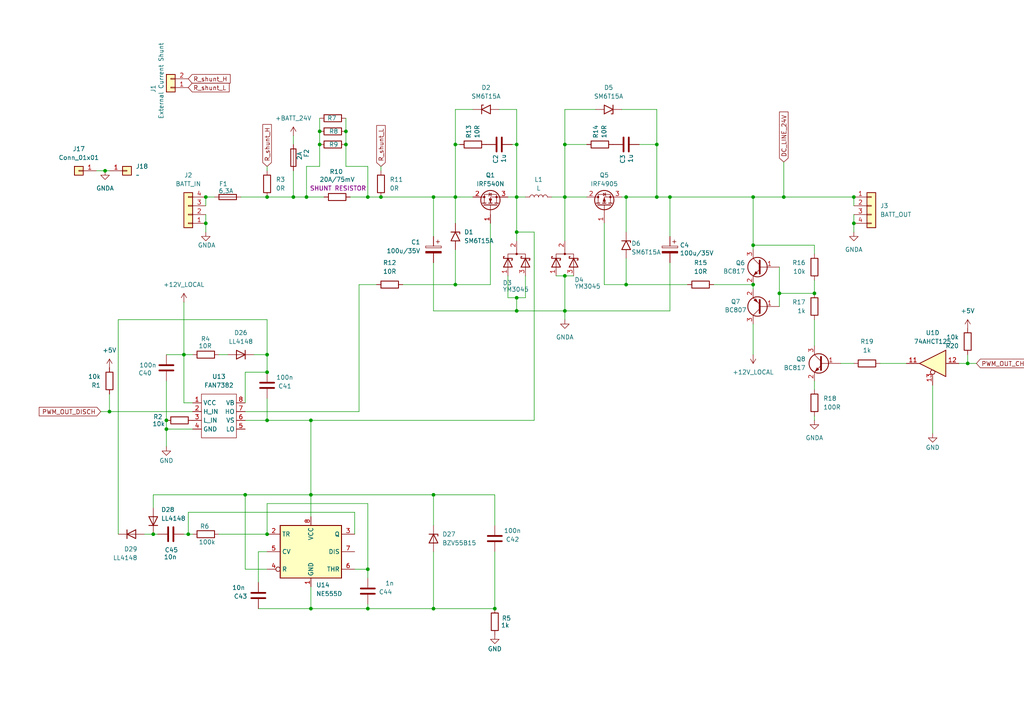
<source format=kicad_sch>
(kicad_sch (version 20231120) (generator "eeschema") (generator_version "8.0")
  (paper "A4")
  (lib_symbols
    (symbol "74xx:74AHCT125" (pin_names (offset 1.016))
      (property "Reference" "U" (at 0 1.27 0))
      (property "Value" "74AHCT125" (at 0 -1.27 0))
      (symbol "74AHCT125_1_0"
        (polyline (pts (xy -3.81 3.81) (xy -3.81 -3.81) (xy 3.81 0) (xy -3.81 3.81)) (stroke (width 0.254)) (fill (type background)))
        (pin input inverted (at 0 -6.35 90) (length 4.445) (name "~") (number "1"))
        (pin input line (at -7.62 0 0) (length 3.81) (name "~") (number "2"))
        (pin tri_state line (at 7.62 0 180) (length 3.81) (name "~") (number "3"))
      )
      (symbol "74AHCT125_2_0"
        (polyline (pts (xy -3.81 3.81) (xy -3.81 -3.81) (xy 3.81 0) (xy -3.81 3.81)) (stroke (width 0.254)) (fill (type background)))
        (pin input inverted (at 0 -6.35 90) (length 4.445) (name "~") (number "4"))
        (pin input line (at -7.62 0 0) (length 3.81) (name "~") (number "5"))
        (pin tri_state line (at 7.62 0 180) (length 3.81) (name "~") (number "6"))
      )
      (symbol "74AHCT125_3_0"
        (polyline (pts (xy -3.81 3.81) (xy -3.81 -3.81) (xy 3.81 0) (xy -3.81 3.81)) (stroke (width 0.254)) (fill (type background)))
        (pin input inverted (at 0 -6.35 90) (length 4.445) (name "~") (number "10"))
        (pin tri_state line (at 7.62 0 180) (length 3.81) (name "~") (number "8"))
        (pin input line (at -7.62 0 0) (length 3.81) (name "~") (number "9"))
      )
      (symbol "74AHCT125_4_0"
        (polyline (pts (xy -3.81 3.81) (xy -3.81 -3.81) (xy 3.81 0) (xy -3.81 3.81)) (stroke (width 0.254)) (fill (type background)))
        (pin tri_state line (at 7.62 0 180) (length 3.81) (name "~") (number "11"))
        (pin input line (at -7.62 0 0) (length 3.81) (name "~") (number "12"))
        (pin input inverted (at 0 -6.35 90) (length 4.445) (name "~") (number "13"))
      )
      (symbol "74AHCT125_5_0"
        (pin power_in line (at 0 12.7 270) (length 5.08) (name "VCC") (number "14"))
        (pin power_in line (at 0 -12.7 90) (length 5.08) (name "GND") (number "7"))
      )
      (symbol "74AHCT125_5_1"
        (rectangle (start -5.08 7.62) (end 5.08 -7.62) (stroke (width 0.254)) (fill (type background)))
      )
    )
    (symbol "Connector_Generic:Conn_01x01" (pin_names (offset 1.016) hide)
      (property "Reference" "J" (at 0 2.54 0))
      (property "Value" "Conn_01x01" (at 0 -2.54 0))
      (symbol "Conn_01x01_1_1"
        (rectangle (start -1.27 0.127) (end 0 -0.127) (stroke (width 0.1524)))
        (rectangle (start -1.27 1.27) (end 1.27 -1.27) (stroke (width 0.254)) (fill (type background)))
        (pin passive line (at -5.08 0 0) (length 3.81) (name "Pin_1") (number "1"))
      )
    )
    (symbol "Connector_Generic:Conn_01x02" (pin_names (offset 1.016) hide)
      (property "Reference" "J" (at 0 2.54 0))
      (property "Value" "Conn_01x02" (at 0 -5.08 0))
      (symbol "Conn_01x02_1_1"
        (rectangle (start -1.27 -2.413) (end 0 -2.667) (stroke (width 0.1524)))
        (rectangle (start -1.27 0.127) (end 0 -0.127) (stroke (width 0.1524)))
        (rectangle (start -1.27 1.27) (end 1.27 -3.81) (stroke (width 0.254)) (fill (type background)))
        (pin passive line (at -5.08 0 0) (length 3.81) (name "Pin_1") (number "1"))
        (pin passive line (at -5.08 -2.54 0) (length 3.81) (name "Pin_2") (number "2"))
      )
    )
    (symbol "Connector_Generic:Conn_01x04" (pin_names (offset 1.016) hide)
      (property "Reference" "J" (at 0 5.08 0))
      (property "Value" "Conn_01x04" (at 0 -7.62 0))
      (symbol "Conn_01x04_1_1"
        (rectangle (start -1.27 -4.953) (end 0 -5.207) (stroke (width 0.1524)))
        (rectangle (start -1.27 -2.413) (end 0 -2.667) (stroke (width 0.1524)))
        (rectangle (start -1.27 0.127) (end 0 -0.127) (stroke (width 0.1524)))
        (rectangle (start -1.27 2.667) (end 0 2.413) (stroke (width 0.1524)))
        (rectangle (start -1.27 3.81) (end 1.27 -6.35) (stroke (width 0.254)) (fill (type background)))
        (pin passive line (at -5.08 2.54 0) (length 3.81) (name "Pin_1") (number "1"))
        (pin passive line (at -5.08 0 0) (length 3.81) (name "Pin_2") (number "2"))
        (pin passive line (at -5.08 -2.54 0) (length 3.81) (name "Pin_3") (number "3"))
        (pin passive line (at -5.08 -5.08 0) (length 3.81) (name "Pin_4") (number "4"))
      )
    )
    (symbol "Device:C" (pin_numbers hide) (pin_names (offset 0.254))
      (property "Reference" "C" (at 0.635 2.54 0))
      (property "Value" "C" (at 0.635 -2.54 0))
      (symbol "C_0_1"
        (polyline (pts (xy -2.032 -0.762) (xy 2.032 -0.762)) (stroke (width 0.508)))
        (polyline (pts (xy -2.032 0.762) (xy 2.032 0.762)) (stroke (width 0.508)))
      )
      (symbol "C_1_1"
        (pin passive line (at 0 3.81 270) (length 2.794) (name "~") (number "1"))
        (pin passive line (at 0 -3.81 90) (length 2.794) (name "~") (number "2"))
      )
    )
    (symbol "Device:C_Polarized" (pin_numbers hide) (pin_names (offset 0.254))
      (property "Reference" "C" (at 0.635 2.54 0))
      (property "Value" "C_Polarized" (at 0.635 -2.54 0))
      (symbol "C_Polarized_0_1"
        (rectangle (start -2.286 0.508) (end 2.286 1.016))
        (polyline (pts (xy -1.778 2.286) (xy -0.762 2.286)))
        (polyline (pts (xy -1.27 2.794) (xy -1.27 1.778)))
        (rectangle (start 2.286 -0.508) (end -2.286 -1.016) (fill (type outline)))
      )
      (symbol "C_Polarized_1_1"
        (pin passive line (at 0 3.81 270) (length 2.794) (name "~") (number "1"))
        (pin passive line (at 0 -3.81 90) (length 2.794) (name "~") (number "2"))
      )
    )
    (symbol "Device:D_Schottky_Dual_CommonCathode_AKA_Parallel" (pin_names (offset 0.762) hide)
      (property "Reference" "D" (at 0 5.08 0))
      (property "Value" "D_Schottky_Dual_CommonCathode_AKA_Parallel" (at 0 -5.08 0))
      (symbol "D_Schottky_Dual_CommonCathode_AKA_Parallel_0_1"
        (polyline (pts (xy 1.27 0) (xy 2.54 0)))
        (polyline (pts (xy -2.54 -2.54) (xy 1.27 -2.54) (xy 1.27 2.54) (xy -2.54 2.54)))
        (polyline (pts (xy -2.54 -1.27) (xy 0 -2.54) (xy -2.54 -3.81) (xy -2.54 -1.27) (xy -2.54 -1.27) (xy -2.54 -1.27)) (stroke (width 0.254)))
        (polyline (pts (xy -2.54 3.81) (xy 0 2.54) (xy -2.54 1.27) (xy -2.54 3.81) (xy -2.54 3.81) (xy -2.54 3.81)) (stroke (width 0.254)))
        (polyline (pts (xy 0.508 -1.524) (xy 0.508 -1.27) (xy 0 -1.27) (xy 0 -3.81) (xy -0.508 -3.81) (xy -0.508 -3.556)) (stroke (width 0.254)))
        (polyline (pts (xy 0.508 3.556) (xy 0.508 3.81) (xy 0 3.81) (xy 0 1.27) (xy -0.508 1.27) (xy -0.508 1.524)) (stroke (width 0.254)))
        (circle (center 1.27 0) (radius 0.254) (fill (type outline)))
        (pin passive line (at -5.08 2.54 0) (length 2.54) (name "K") (number "1"))
        (pin passive line (at 5.08 0 180) (length 2.54) (name "A") (number "2"))
        (pin passive line (at -5.08 -2.54 0) (length 2.54) (name "K") (number "3"))
      )
    )
    (symbol "Device:Fuse" (pin_numbers hide) (pin_names (offset 0))
      (property "Reference" "F" (at 2.032 0 90))
      (property "Value" "Fuse" (at -1.905 0 90))
      (symbol "Fuse_0_1"
        (rectangle (start -0.762 -2.54) (end 0.762 2.54) (stroke (width 0.254)))
        (polyline (pts (xy 0 2.54) (xy 0 -2.54)))
      )
      (symbol "Fuse_1_1"
        (pin passive line (at 0 3.81 270) (length 1.27) (name "~") (number "1"))
        (pin passive line (at 0 -3.81 90) (length 1.27) (name "~") (number "2"))
      )
    )
    (symbol "Device:L" (pin_numbers hide) (pin_names (offset 1.016) hide)
      (property "Reference" "L" (at -1.27 0 90))
      (property "Value" "L" (at 1.905 0 90))
      (symbol "L_0_1"
        (arc (start 0 -2.54) (mid 0.6323 -1.905) (end 0 -1.27))
        (arc (start 0 -1.27) (mid 0.6323 -0.635) (end 0 0))
        (arc (start 0 0) (mid 0.6323 0.635) (end 0 1.27))
        (arc (start 0 1.27) (mid 0.6323 1.905) (end 0 2.54))
      )
      (symbol "L_1_1"
        (pin passive line (at 0 3.81 270) (length 1.27) (name "1") (number "1"))
        (pin passive line (at 0 -3.81 90) (length 1.27) (name "2") (number "2"))
      )
    )
    (symbol "Device:R" (pin_numbers hide) (pin_names (offset 0))
      (property "Reference" "R" (at 2.032 0 90))
      (property "Value" "R" (at 0 0 90))
      (symbol "R_0_1"
        (rectangle (start -1.016 -2.54) (end 1.016 2.54) (stroke (width 0.254)))
      )
      (symbol "R_1_1"
        (pin passive line (at 0 3.81 270) (length 1.27) (name "~") (number "1"))
        (pin passive line (at 0 -3.81 90) (length 1.27) (name "~") (number "2"))
      )
    )
    (symbol "Diode:BZV55B15" (pin_numbers hide) (pin_names hide)
      (property "Reference" "D" (at 0 2.54 0))
      (property "Value" "BZV55B15" (at 0 -2.54 0))
      (symbol "BZV55B15_0_1"
        (polyline (pts (xy 1.27 0) (xy -1.27 0)))
        (polyline (pts (xy -1.27 -1.27) (xy -1.27 1.27) (xy -0.762 1.27)) (stroke (width 0.254)))
        (polyline (pts (xy 1.27 -1.27) (xy 1.27 1.27) (xy -1.27 0) (xy 1.27 -1.27)) (stroke (width 0.254)))
      )
      (symbol "BZV55B15_1_1"
        (pin passive line (at -3.81 0 0) (length 2.54) (name "K") (number "1"))
        (pin passive line (at 3.81 0 180) (length 2.54) (name "A") (number "2"))
      )
    )
    (symbol "Diode:LL4148" (pin_numbers hide) (pin_names hide)
      (property "Reference" "D" (at 0 2.54 0))
      (property "Value" "LL4148" (at 0 -2.54 0))
      (symbol "LL4148_0_1"
        (polyline (pts (xy -1.27 1.27) (xy -1.27 -1.27)) (stroke (width 0.254)))
        (polyline (pts (xy 1.27 0) (xy -1.27 0)))
        (polyline (pts (xy 1.27 1.27) (xy 1.27 -1.27) (xy -1.27 0) (xy 1.27 1.27)) (stroke (width 0.254)))
      )
      (symbol "LL4148_1_1"
        (pin passive line (at -3.81 0 0) (length 2.54) (name "K") (number "1"))
        (pin passive line (at 3.81 0 180) (length 2.54) (name "A") (number "2"))
      )
    )
    (symbol "Diode:SM6T15A" (pin_numbers hide) (pin_names (offset 1.016) hide)
      (property "Reference" "D" (at 0 2.54 0))
      (property "Value" "SM6T15A" (at 0 -2.54 0))
      (symbol "SM6T15A_0_1"
        (polyline (pts (xy -0.762 1.27) (xy -1.27 1.27) (xy -1.27 -1.27)) (stroke (width 0.254)))
        (polyline (pts (xy 1.27 1.27) (xy 1.27 -1.27) (xy -1.27 0) (xy 1.27 1.27)) (stroke (width 0.254)))
      )
      (symbol "SM6T15A_1_1"
        (pin passive line (at -3.81 0 0) (length 2.54) (name "A1") (number "1"))
        (pin passive line (at 3.81 0 180) (length 2.54) (name "A2") (number "2"))
      )
    )
    (symbol "My-Lib:FAN7382"
      (property "Reference" "U" (at -4.826 9.652 0))
      (property "Value" "FAN7382" (at -1.27 7.366 0))
      (symbol "FAN7382_0_1"
        (rectangle (start -5.08 6.35) (end 5.08 -6.35))
      )
      (symbol "FAN7382_1_1"
        (pin input line (at -7.62 3.81 0) (length 2.54) (name "VCC") (number "1"))
        (pin input line (at -7.62 1.27 0) (length 2.54) (name "H_IN") (number "2"))
        (pin input line (at -7.62 -1.27 0) (length 2.54) (name "L_IN") (number "3"))
        (pin input line (at -7.62 -3.81 0) (length 2.54) (name "GND") (number "4"))
        (pin input line (at 7.62 -3.81 180) (length 2.54) (name "LO") (number "5"))
        (pin input line (at 7.62 -1.27 180) (length 2.54) (name "VS") (number "6"))
        (pin input line (at 7.62 1.27 180) (length 2.54) (name "HO") (number "7"))
        (pin input line (at 7.62 3.81 180) (length 2.54) (name "VB") (number "8"))
      )
    )
    (symbol "Timer:NE555D"
      (property "Reference" "U" (at -10.16 8.89 0))
      (property "Value" "NE555D" (at 2.54 8.89 0))
      (symbol "NE555D_0_0"
        (pin power_in line (at 0 -10.16 90) (length 2.54) (name "GND") (number "1"))
        (pin power_in line (at 0 10.16 270) (length 2.54) (name "VCC") (number "8"))
      )
      (symbol "NE555D_0_1"
        (rectangle (start -8.89 -7.62) (end 8.89 7.62) (stroke (width 0.254)) (fill (type background)))
        (rectangle (start -8.89 -7.62) (end 8.89 7.62) (stroke (width 0.254)) (fill (type background)))
      )
      (symbol "NE555D_1_1"
        (pin input line (at -12.7 5.08 0) (length 3.81) (name "TR") (number "2"))
        (pin output line (at 12.7 5.08 180) (length 3.81) (name "Q") (number "3"))
        (pin input inverted (at -12.7 -5.08 0) (length 3.81) (name "R") (number "4"))
        (pin input line (at -12.7 0 0) (length 3.81) (name "CV") (number "5"))
        (pin input line (at 12.7 -5.08 180) (length 3.81) (name "THR") (number "6"))
        (pin input line (at 12.7 0 180) (length 3.81) (name "DIS") (number "7"))
      )
    )
    (symbol "Transistor_BJT:BC807" (pin_names (offset 0) hide)
      (property "Reference" "Q" (at 5.08 1.905 0))
      (property "Value" "BC807" (at 5.08 0 0))
      (symbol "BC807_0_1"
        (polyline (pts (xy 0.635 0.635) (xy 2.54 2.54)))
        (polyline (pts (xy 0.635 -0.635) (xy 2.54 -2.54) (xy 2.54 -2.54)))
        (polyline (pts (xy 0.635 1.905) (xy 0.635 -1.905) (xy 0.635 -1.905)) (stroke (width 0.508)))
        (polyline (pts (xy 2.286 -1.778) (xy 1.778 -2.286) (xy 1.27 -1.27) (xy 2.286 -1.778) (xy 2.286 -1.778)) (fill (type outline)))
        (circle (center 1.27 0) (radius 2.8194) (stroke (width 0.254)))
      )
      (symbol "BC807_1_1"
        (pin input line (at -5.08 0 0) (length 5.715) (name "B") (number "1"))
        (pin passive line (at 2.54 -5.08 90) (length 2.54) (name "E") (number "2"))
        (pin passive line (at 2.54 5.08 270) (length 2.54) (name "C") (number "3"))
      )
    )
    (symbol "Transistor_BJT:BC817" (pin_names (offset 0) hide)
      (property "Reference" "Q" (at 5.08 1.905 0))
      (property "Value" "BC817" (at 5.08 0 0))
      (symbol "BC817_0_1"
        (polyline (pts (xy 0.635 0.635) (xy 2.54 2.54)))
        (polyline (pts (xy 0.635 -0.635) (xy 2.54 -2.54) (xy 2.54 -2.54)))
        (polyline (pts (xy 0.635 1.905) (xy 0.635 -1.905) (xy 0.635 -1.905)) (stroke (width 0.508)))
        (polyline (pts (xy 1.27 -1.778) (xy 1.778 -1.27) (xy 2.286 -2.286) (xy 1.27 -1.778) (xy 1.27 -1.778)) (fill (type outline)))
        (circle (center 1.27 0) (radius 2.8194) (stroke (width 0.254)))
      )
      (symbol "BC817_1_1"
        (pin input line (at -5.08 0 0) (length 5.715) (name "B") (number "1"))
        (pin passive line (at 2.54 -5.08 90) (length 2.54) (name "E") (number "2"))
        (pin passive line (at 2.54 5.08 270) (length 2.54) (name "C") (number "3"))
      )
    )
    (symbol "Transistor_FET:IRF4905" (pin_names hide)
      (property "Reference" "Q" (at 5.08 1.905 0))
      (property "Value" "IRF4905" (at 5.08 0 0))
      (symbol "IRF4905_0_1"
        (polyline (pts (xy 0.254 0) (xy -2.54 0)))
        (polyline (pts (xy 0.254 1.905) (xy 0.254 -1.905)) (stroke (width 0.254)))
        (polyline (pts (xy 0.762 -1.27) (xy 0.762 -2.286)) (stroke (width 0.254)))
        (polyline (pts (xy 0.762 0.508) (xy 0.762 -0.508)) (stroke (width 0.254)))
        (polyline (pts (xy 0.762 2.286) (xy 0.762 1.27)) (stroke (width 0.254)))
        (polyline (pts (xy 2.54 2.54) (xy 2.54 1.778)))
        (polyline (pts (xy 2.54 -2.54) (xy 2.54 0) (xy 0.762 0)))
        (polyline (pts (xy 0.762 1.778) (xy 3.302 1.778) (xy 3.302 -1.778) (xy 0.762 -1.778)))
        (polyline (pts (xy 2.286 0) (xy 1.27 0.381) (xy 1.27 -0.381) (xy 2.286 0)) (fill (type outline)))
        (polyline (pts (xy 2.794 -0.508) (xy 2.921 -0.381) (xy 3.683 -0.381) (xy 3.81 -0.254)))
        (polyline (pts (xy 3.302 -0.381) (xy 2.921 0.254) (xy 3.683 0.254) (xy 3.302 -0.381)))
        (circle (center 1.651 0) (radius 2.794) (stroke (width 0.254)))
        (circle (center 2.54 -1.778) (radius 0.254) (fill (type outline)))
        (circle (center 2.54 1.778) (radius 0.254) (fill (type outline)))
      )
      (symbol "IRF4905_1_1"
        (pin input line (at -5.08 0 0) (length 2.54) (name "G") (number "1"))
        (pin passive line (at 2.54 5.08 270) (length 2.54) (name "D") (number "2"))
        (pin passive line (at 2.54 -5.08 90) (length 2.54) (name "S") (number "3"))
      )
    )
    (symbol "Transistor_FET:IRF540N" (pin_names hide)
      (property "Reference" "Q" (at 5.08 1.905 0))
      (property "Value" "IRF540N" (at 5.08 0 0))
      (symbol "IRF540N_0_1"
        (polyline (pts (xy 0.254 0) (xy -2.54 0)))
        (polyline (pts (xy 0.254 1.905) (xy 0.254 -1.905)) (stroke (width 0.254)))
        (polyline (pts (xy 0.762 -1.27) (xy 0.762 -2.286)) (stroke (width 0.254)))
        (polyline (pts (xy 0.762 0.508) (xy 0.762 -0.508)) (stroke (width 0.254)))
        (polyline (pts (xy 0.762 2.286) (xy 0.762 1.27)) (stroke (width 0.254)))
        (polyline (pts (xy 2.54 2.54) (xy 2.54 1.778)))
        (polyline (pts (xy 2.54 -2.54) (xy 2.54 0) (xy 0.762 0)))
        (polyline (pts (xy 0.762 -1.778) (xy 3.302 -1.778) (xy 3.302 1.778) (xy 0.762 1.778)))
        (polyline (pts (xy 1.016 0) (xy 2.032 0.381) (xy 2.032 -0.381) (xy 1.016 0)) (fill (type outline)))
        (polyline (pts (xy 2.794 0.508) (xy 2.921 0.381) (xy 3.683 0.381) (xy 3.81 0.254)))
        (polyline (pts (xy 3.302 0.381) (xy 2.921 -0.254) (xy 3.683 -0.254) (xy 3.302 0.381)))
        (circle (center 1.651 0) (radius 2.794) (stroke (width 0.254)))
        (circle (center 2.54 -1.778) (radius 0.254) (fill (type outline)))
        (circle (center 2.54 1.778) (radius 0.254) (fill (type outline)))
      )
      (symbol "IRF540N_1_1"
        (pin input line (at -5.08 0 0) (length 2.54) (name "G") (number "1"))
        (pin passive line (at 2.54 5.08 270) (length 2.54) (name "D") (number "2"))
        (pin passive line (at 2.54 -5.08 90) (length 2.54) (name "S") (number "3"))
      )
    )
    (symbol "power:+5V" (power) (pin_numbers hide) (pin_names (offset 0) hide)
      (property "Value" "+5V" (at 0 3.556 0))
      (symbol "+5V_0_1"
        (polyline (pts (xy -0.762 1.27) (xy 0 2.54)))
        (polyline (pts (xy 0 0) (xy 0 2.54)))
        (polyline (pts (xy 0 2.54) (xy 0.762 1.27)))
      )
      (symbol "+5V_1_1"
        (pin power_in line (at 0 0 90) (length 0) (name "~") (number "1"))
      )
    )
    (symbol "power:+BATT" (power) (pin_numbers hide) (pin_names (offset 0) hide)
      (property "Value" "+BATT" (at 0 3.556 0))
      (symbol "+BATT_0_1"
        (polyline (pts (xy -0.762 1.27) (xy 0 2.54)))
        (polyline (pts (xy 0 0) (xy 0 2.54)))
        (polyline (pts (xy 0 2.54) (xy 0.762 1.27)))
      )
      (symbol "+BATT_1_1"
        (pin power_in line (at 0 0 90) (length 0) (name "~") (number "1"))
      )
    )
    (symbol "power:GND" (power) (pin_numbers hide) (pin_names (offset 0) hide)
      (property "Value" "GND" (at 0 -3.81 0))
      (symbol "GND_0_1"
        (polyline (pts (xy 0 0) (xy 0 -1.27) (xy 1.27 -1.27) (xy 0 -2.54) (xy -1.27 -1.27) (xy 0 -1.27)))
      )
      (symbol "GND_1_1"
        (pin power_in line (at 0 0 270) (length 0) (name "~") (number "1"))
      )
    )
    (symbol "power:GNDA" (power) (pin_numbers hide) (pin_names (offset 0) hide)
      (property "Value" "GNDA" (at 0 -3.81 0))
      (symbol "GNDA_0_1"
        (polyline (pts (xy 0 0) (xy 0 -1.27) (xy 1.27 -1.27) (xy 0 -2.54) (xy -1.27 -1.27) (xy 0 -1.27)))
      )
      (symbol "GNDA_1_1"
        (pin power_in line (at 0 0 270) (length 0) (name "~") (number "1"))
      )
    )
  )
  (junction (at 85.09 57.15))
  (junction (at 190.5 57.15))
  (junction (at 149.86 57.15))
  (junction (at 77.47 154.94))
  (junction (at 77.47 57.15))
  (junction (at 31.75 119.38))
  (junction (at 53.34 102.87))
  (junction (at 71.12 143.51))
  (junction (at 54.61 154.94))
  (junction (at 125.73 143.51))
  (junction (at 181.61 82.55))
  (junction (at 77.47 102.87))
  (junction (at 149.86 41.91))
  (junction (at 132.08 82.55))
  (junction (at 77.47 121.92))
  (junction (at 59.69 57.15))
  (junction (at 90.17 143.51))
  (junction (at 181.61 57.15))
  (junction (at 280.67 105.41))
  (junction (at 110.49 57.15))
  (junction (at 226.06 85.09))
  (junction (at 77.47 107.95))
  (junction (at 106.68 57.15))
  (junction (at 132.08 57.15))
  (junction (at 59.69 64.77))
  (junction (at 88.9 57.15))
  (junction (at 163.83 57.15))
  (junction (at 149.86 67.31))
  (junction (at 100.33 38.1))
  (junction (at 247.65 57.15))
  (junction (at 125.73 176.53))
  (junction (at 106.68 176.53))
  (junction (at 236.22 85.09))
  (junction (at 48.26 124.46))
  (junction (at 163.83 90.17))
  (junction (at 218.44 82.55))
  (junction (at 194.31 57.15))
  (junction (at 92.71 38.1))
  (junction (at 218.44 71.12))
  (junction (at 149.86 86.36))
  (junction (at 163.83 80.01))
  (junction (at 163.83 41.91))
  (junction (at 218.44 57.15))
  (junction (at 90.17 176.53))
  (junction (at 125.73 57.15))
  (junction (at 48.26 121.92))
  (junction (at 149.86 90.17))
  (junction (at 143.51 176.53))
  (junction (at 30.48 49.53))
  (junction (at 100.33 41.91))
  (junction (at 247.65 64.77))
  (junction (at 227.33 57.15))
  (junction (at 106.68 165.1))
  (junction (at 44.45 154.94))
  (junction (at 90.17 121.92))
  (junction (at 190.5 41.91))
  (junction (at 132.08 41.91))
  (junction (at 92.71 41.91))
  (wire (pts (xy 106.68 48.26) (xy 100.33 48.26)))
  (wire (pts (xy 106.68 57.15) (xy 106.68 48.26)))
  (wire (pts (xy 34.29 92.71) (xy 77.47 92.71)))
  (wire (pts (xy 106.68 176.53) (xy 125.73 176.53)))
  (wire (pts (xy 71.12 165.1) (xy 77.47 165.1)))
  (wire (pts (xy 227.33 46.99) (xy 227.33 57.15)))
  (wire (pts (xy 163.83 57.15) (xy 163.83 69.85)))
  (wire (pts (xy 102.87 148.59) (xy 54.61 148.59)))
  (wire (pts (xy 106.68 165.1) (xy 106.68 167.64)))
  (wire (pts (xy 53.34 116.84) (xy 53.34 102.87)))
  (wire (pts (xy 144.78 31.75) (xy 149.86 31.75)))
  (wire (pts (xy 278.13 105.41) (xy 280.67 105.41)))
  (wire (pts (xy 100.33 34.29) (xy 100.33 38.1)))
  (wire (pts (xy 190.5 57.15) (xy 194.31 57.15)))
  (wire (pts (xy 125.73 90.17) (xy 149.86 90.17)))
  (wire (pts (xy 85.09 57.15) (xy 88.9 57.15)))
  (wire (pts (xy 163.83 41.91) (xy 170.18 41.91)))
  (wire (pts (xy 280.67 105.41) (xy 283.21 105.41)))
  (wire (pts (xy 152.4 86.36) (xy 152.4 80.01)))
  (wire (pts (xy 247.65 62.23) (xy 247.65 64.77)))
  (wire (pts (xy 90.17 176.53) (xy 106.68 176.53)))
  (wire (pts (xy 149.86 57.15) (xy 152.4 57.15)))
  (wire (pts (xy 185.42 41.91) (xy 190.5 41.91)))
  (wire (pts (xy 44.45 143.51) (xy 71.12 143.51)))
  (wire (pts (xy 92.71 34.29) (xy 92.71 38.1)))
  (wire (pts (xy 143.51 143.51) (xy 143.51 152.4)))
  (wire (pts (xy 154.94 67.31) (xy 154.94 121.92)))
  (wire (pts (xy 44.45 154.94) (xy 45.72 154.94)))
  (wire (pts (xy 59.69 57.15) (xy 62.23 57.15)))
  (wire (pts (xy 100.33 38.1) (xy 100.33 41.91)))
  (wire (pts (xy 90.17 143.51) (xy 90.17 149.86)))
  (wire (pts (xy 194.31 57.15) (xy 218.44 57.15)))
  (wire (pts (xy 71.12 119.38) (xy 104.14 119.38)))
  (wire (pts (xy 143.51 176.53) (xy 143.51 160.02)))
  (wire (pts (xy 270.51 111.76) (xy 270.51 125.73)))
  (wire (pts (xy 147.32 86.36) (xy 147.32 80.01)))
  (wire (pts (xy 149.86 31.75) (xy 149.86 41.91)))
  (wire (pts (xy 132.08 57.15) (xy 132.08 64.77)))
  (wire (pts (xy 48.26 102.87) (xy 53.34 102.87)))
  (wire (pts (xy 125.73 90.17) (xy 125.73 76.2)))
  (wire (pts (xy 125.73 176.53) (xy 125.73 160.02)))
  (wire (pts (xy 132.08 82.55) (xy 142.24 82.55)))
  (wire (pts (xy 194.31 57.15) (xy 194.31 68.58)))
  (wire (pts (xy 74.93 176.53) (xy 90.17 176.53)))
  (wire (pts (xy 48.26 124.46) (xy 48.26 129.54)))
  (wire (pts (xy 90.17 143.51) (xy 125.73 143.51)))
  (wire (pts (xy 255.27 105.41) (xy 262.89 105.41)))
  (wire (pts (xy 149.86 57.15) (xy 149.86 67.31)))
  (wire (pts (xy 163.83 90.17) (xy 163.83 80.01)))
  (wire (pts (xy 31.75 114.3) (xy 31.75 119.38)))
  (wire (pts (xy 218.44 57.15) (xy 227.33 57.15)))
  (wire (pts (xy 90.17 121.92) (xy 77.47 121.92)))
  (wire (pts (xy 236.22 85.09) (xy 226.06 85.09)))
  (wire (pts (xy 41.91 154.94) (xy 44.45 154.94)))
  (wire (pts (xy 218.44 82.55) (xy 218.44 83.82)))
  (wire (pts (xy 77.47 102.87) (xy 77.47 107.95)))
  (wire (pts (xy 29.21 119.38) (xy 31.75 119.38)))
  (wire (pts (xy 163.83 92.71) (xy 163.83 90.17)))
  (wire (pts (xy 149.86 86.36) (xy 149.86 90.17)))
  (wire (pts (xy 110.49 48.26) (xy 110.49 49.53)))
  (wire (pts (xy 88.9 57.15) (xy 88.9 48.26)))
  (wire (pts (xy 154.94 121.92) (xy 90.17 121.92)))
  (wire (pts (xy 77.47 57.15) (xy 85.09 57.15)))
  (wire (pts (xy 53.34 154.94) (xy 54.61 154.94)))
  (wire (pts (xy 125.73 176.53) (xy 143.51 176.53)))
  (wire (pts (xy 31.75 49.53) (xy 30.48 49.53)))
  (wire (pts (xy 71.12 116.84) (xy 71.12 107.95)))
  (wire (pts (xy 163.83 41.91) (xy 163.83 57.15)))
  (wire (pts (xy 63.5 102.87) (xy 66.04 102.87)))
  (wire (pts (xy 149.86 86.36) (xy 152.4 86.36)))
  (wire (pts (xy 163.83 57.15) (xy 170.18 57.15)))
  (wire (pts (xy 104.14 82.55) (xy 109.22 82.55)))
  (wire (pts (xy 149.86 67.31) (xy 154.94 67.31)))
  (wire (pts (xy 48.26 124.46) (xy 55.88 124.46)))
  (wire (pts (xy 110.49 57.15) (xy 125.73 57.15)))
  (wire (pts (xy 236.22 71.12) (xy 218.44 71.12)))
  (wire (pts (xy 163.83 80.01) (xy 166.37 80.01)))
  (wire (pts (xy 77.47 146.05) (xy 106.68 146.05)))
  (wire (pts (xy 175.26 64.77) (xy 175.26 82.55)))
  (wire (pts (xy 74.93 168.91) (xy 74.93 160.02)))
  (wire (pts (xy 207.01 82.55) (xy 218.44 82.55)))
  (wire (pts (xy 181.61 57.15) (xy 181.61 67.31)))
  (wire (pts (xy 106.68 165.1) (xy 102.87 165.1)))
  (wire (pts (xy 163.83 90.17) (xy 194.31 90.17)))
  (wire (pts (xy 236.22 73.66) (xy 236.22 71.12)))
  (wire (pts (xy 30.48 49.53) (xy 27.94 49.53)))
  (wire (pts (xy 69.85 57.15) (xy 77.47 57.15)))
  (wire (pts (xy 132.08 41.91) (xy 132.08 31.75)))
  (wire (pts (xy 161.29 80.01) (xy 163.83 80.01)))
  (wire (pts (xy 85.09 49.53) (xy 85.09 57.15)))
  (wire (pts (xy 54.61 154.94) (xy 55.88 154.94)))
  (wire (pts (xy 149.86 67.31) (xy 149.86 69.85)))
  (wire (pts (xy 55.88 116.84) (xy 53.34 116.84)))
  (wire (pts (xy 236.22 110.49) (xy 236.22 113.03)))
  (wire (pts (xy 77.47 92.71) (xy 77.47 102.87)))
  (wire (pts (xy 181.61 82.55) (xy 199.39 82.55)))
  (wire (pts (xy 77.47 154.94) (xy 77.47 146.05)))
  (wire (pts (xy 34.29 154.94) (xy 34.29 92.71)))
  (wire (pts (xy 53.34 102.87) (xy 55.88 102.87)))
  (wire (pts (xy 73.66 102.87) (xy 77.47 102.87)))
  (wire (pts (xy 106.68 57.15) (xy 101.6 57.15)))
  (wire (pts (xy 227.33 57.15) (xy 247.65 57.15)))
  (wire (pts (xy 59.69 62.23) (xy 59.69 64.77)))
  (wire (pts (xy 102.87 154.94) (xy 102.87 148.59)))
  (wire (pts (xy 163.83 41.91) (xy 163.83 31.75)))
  (wire (pts (xy 180.34 57.15) (xy 181.61 57.15)))
  (wire (pts (xy 54.61 148.59) (xy 54.61 154.94)))
  (wire (pts (xy 132.08 31.75) (xy 137.16 31.75)))
  (wire (pts (xy 90.17 143.51) (xy 71.12 143.51)))
  (wire (pts (xy 160.02 57.15) (xy 163.83 57.15)))
  (wire (pts (xy 226.06 77.47) (xy 226.06 85.09)))
  (wire (pts (xy 44.45 147.32) (xy 44.45 143.51)))
  (wire (pts (xy 149.86 90.17) (xy 163.83 90.17)))
  (wire (pts (xy 132.08 57.15) (xy 137.16 57.15)))
  (wire (pts (xy 110.49 57.15) (xy 106.68 57.15)))
  (wire (pts (xy 180.34 31.75) (xy 190.5 31.75)))
  (wire (pts (xy 147.32 86.36) (xy 149.86 86.36)))
  (wire (pts (xy 218.44 57.15) (xy 218.44 71.12)))
  (wire (pts (xy 48.26 121.92) (xy 48.26 124.46)))
  (wire (pts (xy 226.06 85.09) (xy 226.06 88.9)))
  (wire (pts (xy 247.65 57.15) (xy 247.65 59.69)))
  (wire (pts (xy 71.12 107.95) (xy 77.47 107.95)))
  (wire (pts (xy 100.33 41.91) (xy 100.33 48.26)))
  (wire (pts (xy 132.08 41.91) (xy 133.35 41.91)))
  (wire (pts (xy 181.61 74.93) (xy 181.61 82.55)))
  (wire (pts (xy 236.22 92.71) (xy 236.22 100.33)))
  (wire (pts (xy 125.73 57.15) (xy 125.73 68.58)))
  (wire (pts (xy 218.44 93.98) (xy 218.44 102.87)))
  (wire (pts (xy 243.84 105.41) (xy 247.65 105.41)))
  (wire (pts (xy 77.47 121.92) (xy 71.12 121.92)))
  (wire (pts (xy 236.22 81.28) (xy 236.22 85.09)))
  (wire (pts (xy 175.26 82.55) (xy 181.61 82.55)))
  (wire (pts (xy 280.67 102.87) (xy 280.67 105.41)))
  (wire (pts (xy 77.47 48.26) (xy 77.47 49.53)))
  (wire (pts (xy 125.73 143.51) (xy 143.51 143.51)))
  (wire (pts (xy 63.5 154.94) (xy 77.47 154.94)))
  (wire (pts (xy 104.14 119.38) (xy 104.14 82.55)))
  (wire (pts (xy 132.08 41.91) (xy 132.08 57.15)))
  (wire (pts (xy 190.5 41.91) (xy 190.5 57.15)))
  (wire (pts (xy 106.68 146.05) (xy 106.68 165.1)))
  (wire (pts (xy 90.17 170.18) (xy 90.17 176.53)))
  (wire (pts (xy 88.9 48.26) (xy 92.71 48.26)))
  (wire (pts (xy 106.68 175.26) (xy 106.68 176.53)))
  (wire (pts (xy 48.26 110.49) (xy 48.26 121.92)))
  (wire (pts (xy 148.59 41.91) (xy 149.86 41.91)))
  (wire (pts (xy 90.17 121.92) (xy 90.17 143.51)))
  (wire (pts (xy 88.9 57.15) (xy 93.98 57.15)))
  (wire (pts (xy 59.69 64.77) (xy 59.69 67.31)))
  (wire (pts (xy 163.83 31.75) (xy 172.72 31.75)))
  (wire (pts (xy 181.61 57.15) (xy 190.5 57.15)))
  (wire (pts (xy 31.75 119.38) (xy 55.88 119.38)))
  (wire (pts (xy 218.44 71.12) (xy 218.44 72.39)))
  (wire (pts (xy 77.47 115.57) (xy 77.47 121.92)))
  (wire (pts (xy 59.69 57.15) (xy 59.69 59.69)))
  (wire (pts (xy 74.93 160.02) (xy 77.47 160.02)))
  (wire (pts (xy 116.84 82.55) (xy 132.08 82.55)))
  (wire (pts (xy 247.65 64.77) (xy 247.65 67.31)))
  (wire (pts (xy 53.34 102.87) (xy 53.34 87.63)))
  (wire (pts (xy 125.73 143.51) (xy 125.73 152.4)))
  (wire (pts (xy 125.73 57.15) (xy 132.08 57.15)))
  (wire (pts (xy 149.86 41.91) (xy 149.86 57.15)))
  (wire (pts (xy 194.31 90.17) (xy 194.31 76.2)))
  (wire (pts (xy 85.09 39.37) (xy 85.09 41.91)))
  (wire (pts (xy 190.5 31.75) (xy 190.5 41.91)))
  (wire (pts (xy 92.71 41.91) (xy 92.71 48.26)))
  (wire (pts (xy 92.71 38.1) (xy 92.71 41.91)))
  (wire (pts (xy 236.22 120.65) (xy 236.22 121.92)))
  (wire (pts (xy 142.24 64.77) (xy 142.24 82.55)))
  (wire (pts (xy 147.32 57.15) (xy 149.86 57.15)))
  (wire (pts (xy 132.08 72.39) (xy 132.08 82.55)))
  (wire (pts (xy 71.12 143.51) (xy 71.12 165.1)))
  (global_label "R_shunt_L" (shape input) (at 54.61 25.4 0) (property "Intersheetrefs" "${INTERSHEET_REFS}" (effects (hide yes))))
  (global_label "PWM_OUT_CHRG" (shape input) (at 283.21 105.41 0) (property "Intersheetrefs" "${INTERSHEET_REFS}" (effects (hide yes))))
  (global_label "R_shunt_H" (shape input) (at 77.47 48.26 90) (property "Intersheetrefs" "${INTERSHEET_REFS}" (effects (hide yes))))
  (global_label "DC_LINE_24V" (shape input) (at 227.33 46.99 90) (property "Intersheetrefs" "${INTERSHEET_REFS}" (effects (hide yes))))
  (global_label "R_shunt_H" (shape input) (at 54.61 22.86 0) (property "Intersheetrefs" "${INTERSHEET_REFS}" (effects (hide yes))))
  (global_label "PWM_OUT_DISCH" (shape input) (at 29.21 119.38 180) (property "Intersheetrefs" "${INTERSHEET_REFS}" (effects (hide yes))))
  (global_label "R_shunt_L" (shape input) (at 110.49 48.26 90) (property "Intersheetrefs" "${INTERSHEET_REFS}" (effects (hide yes))))
  (symbol (lib_id "Device:R") (at 31.75 110.49 0) (unit 1)
    (property "Reference" "R1" (at 29.21 111.7601 0) (effects (justify right)))
    (property "Value" "10k" (at 29.21 109.2201 0) (effects (justify right)))
    (property "Footprint" "Resistor_SMD:R_0805_2012Metric" (effects (hide yes)))
    (property "Description" "Resistor" (effects (hide yes)))
  )
  (symbol (lib_id "power:GND") (at 270.51 125.73 0) (unit 1)
    (property "Reference" "#PWR011" (effects (hide yes)))
    (property "Value" "GND" (at 270.51 129.794 0))
    (property "Description" "Power symbol creates a global label with name \"GND\" , ground" (effects (hide yes)))
  )
  (symbol (lib_id "Device:L") (at 156.21 57.15 90) (unit 1)
    (property "Reference" "L1" (at 156.21 52.07 90))
    (property "Value" "L" (at 156.21 54.61 90))
    (property "Footprint" "My-Footprints:Inductor_Toroidal" (effects (hide yes)))
    (property "Description" "Inductor" (effects (hide yes)))
  )
  (symbol (lib_id "Device:R") (at 203.2 82.55 270) (mirror x) (unit 1)
    (property "Reference" "R15" (at 203.2 76.2 90))
    (property "Value" "10R" (at 203.2 78.74 90))
    (property "Footprint" "Resistor_SMD:R_0805_2012Metric" (effects (hide yes)))
    (property "Description" "Resistor" (effects (hide yes)))
  )
  (symbol (lib_id "Device:R") (at 143.51 180.34 180) (unit 1)
    (property "Reference" "R5" (at 145.542 179.324 0) (effects (justify right)))
    (property "Value" "1k" (at 145.288 181.356 0) (effects (justify right)))
    (property "Footprint" "Resistor_SMD:R_0805_2012Metric" (effects (hide yes)))
    (property "Description" "Resistor" (effects (hide yes)))
  )
  (symbol (lib_id "Device:R") (at 173.99 41.91 90) (mirror x) (unit 1)
    (property "Reference" "R14" (at 172.7778 40.132 0) (effects (justify right)))
    (property "Value" "10R" (at 175.2021 40.132 0) (effects (justify right)))
    (property "Footprint" "Resistor_THT:R_Axial_DIN0204_L3.6mm_D1.6mm_P7.62mm_Horizontal" (effects (hide yes)))
    (property "Description" "Resistor" (effects (hide yes)))
  )
  (symbol (lib_id "power:GNDA") (at 236.22 121.92 0) (unit 1)
    (property "Reference" "#PWR09" (effects (hide yes)))
    (property "Value" "GNDA" (at 236.22 127 0))
    (property "Description" "Power symbol creates a global label with name \"GNDA\" , analog ground" (effects (hide yes)))
  )
  (symbol (lib_id "power:+BATT") (at 85.09 39.37 0) (unit 1)
    (property "Reference" "#PWR05" (effects (hide yes)))
    (property "Value" "+BATT_24V" (at 85.09 34.29 0))
    (property "Description" "Power symbol creates a global label with name \"+BATT\"" (effects (hide yes)))
  )
  (symbol (lib_id "Device:R") (at 96.52 41.91 90) (unit 1)
    (property "Reference" "R9" (at 96.774 41.91 90))
    (property "Value" "20A/75mV" (effects (hide yes)))
    (property "Footprint" "Resistor_THT:R_Axial_DIN0309_L9.0mm_D3.2mm_P20.32mm_Horizontal" (effects (hide yes)))
    (property "Description" "SHUNT RESISTOR" (effects (hide yes)))
  )
  (symbol (lib_id "Timer:NE555D") (at 90.17 160.02 0) (unit 1)
    (property "Reference" "U14" (at 91.694 169.672 0) (effects (justify left)))
    (property "Value" "NE555D" (at 91.694 172.212 0) (effects (justify left)))
    (property "Footprint" "Package_SO:SOIC-8_3.9x4.9mm_P1.27mm" (effects (hide yes)))
    (property "Datasheet" "http://www.ti.com/lit/ds/symlink/ne555.pdf" (effects (hide yes)))
    (property "Description" "Precision Timers, 555 compatible, SOIC-8" (effects (hide yes)))
  )
  (symbol (lib_id "Device:D_Schottky_Dual_CommonCathode_AKA_Parallel") (at 149.86 74.93 90) (unit 1)
    (property "Reference" "D3" (at 145.796 82.042 90) (effects (justify right)))
    (property "Value" "YM3045" (at 145.796 83.9471 90) (effects (justify right)))
    (property "Footprint" "My-Footprints:TO-220-3_V_Thick_Pads" (effects (hide yes)))
    (property "Description" "Dual Schottky diode, common anode on pin 1" (effects (hide yes)))
  )
  (symbol (lib_id "Device:R") (at 59.69 154.94 270) (unit 1)
    (property "Reference" "R6" (at 60.706 152.654 90) (effects (justify right)))
    (property "Value" "100k" (at 62.484 157.226 90) (effects (justify right)))
    (property "Footprint" "Resistor_SMD:R_0805_2012Metric" (effects (hide yes)))
    (property "Description" "Resistor" (effects (hide yes)))
  )
  (symbol (lib_id "Device:R") (at 280.67 99.06 0) (unit 1)
    (property "Reference" "R20" (at 278.13 100.3301 0) (effects (justify right)))
    (property "Value" "10k" (at 278.13 97.7901 0) (effects (justify right)))
    (property "Footprint" "Resistor_SMD:R_0805_2012Metric" (effects (hide yes)))
    (property "Description" "Resistor" (effects (hide yes)))
  )
  (symbol (lib_id "Device:C") (at 181.61 41.91 90) (unit 1)
    (property "Reference" "C3" (at 180.594 47.498 0) (effects (justify left)))
    (property "Value" "1u" (at 182.88 47.244 0) (effects (justify left)))
    (property "Footprint" "Capacitor_THT:C_Disc_D5.0mm_W2.5mm_P2.50mm" (effects (hide yes)))
    (property "Description" "Unpolarized capacitor" (effects (hide yes)))
  )
  (symbol (lib_id "Diode:LL4148") (at 69.85 102.87 180) (unit 1)
    (property "Reference" "D26" (at 69.85 96.52 0))
    (property "Value" "LL4148" (at 69.85 99.06 0))
    (property "Footprint" "Diode_SMD:D_MiniMELF" (effects (hide yes)))
    (property "Datasheet" "http://www.vishay.com/docs/85557/ll4148.pdf" (effects (hide yes)))
    (property "Description" "100V 0.15A standard switching diode, MiniMELF" (effects (hide yes)))
    (property "Sim.Device" "D" (effects (hide yes)))
    (property "Sim.Pins" "1=K 2=A" (effects (hide yes)))
  )
  (symbol (lib_id "Diode:SM6T15A") (at 140.97 31.75 0) (unit 1)
    (property "Reference" "D2" (at 140.97 25.4 0))
    (property "Value" "SM6T15A" (at 140.97 27.94 0))
    (property "Footprint" "Diode_SMD:D_SMB" (effects (hide yes)))
    (property "Datasheet" "https://www.st.com/resource/en/datasheet/sm6t.pdf" (effects (hide yes)))
    (property "Description" "600W unidirectional Transil Transient Voltage Suppressor, 15Vrwm, DO-214AA" (effects (hide yes)))
  )
  (symbol (lib_id "Device:C_Polarized") (at 125.73 72.39 0) (mirror y) (unit 1)
    (property "Reference" "C1" (at 121.92 70.2309 0) (effects (justify left)))
    (property "Value" "100u/35V" (at 121.92 72.7709 0) (effects (justify left)))
    (property "Footprint" "Capacitor_THT:CP_Radial_D8.0mm_P3.50mm" (effects (hide yes)))
    (property "Description" "Polarized capacitor" (effects (hide yes)))
  )
  (symbol (lib_id "power:+5V") (at 280.67 95.25 0) (unit 1)
    (property "Reference" "#PWR012" (effects (hide yes)))
    (property "Value" "+5V" (at 280.67 90.17 0))
    (property "Description" "Power symbol creates a global label with name \"+5V\"" (effects (hide yes)))
  )
  (symbol (lib_id "Connector_Generic:Conn_01x04") (at 252.73 59.69 0) (unit 1)
    (property "Reference" "J3" (at 255.27 59.6899 0) (effects (justify left)))
    (property "Value" "BATT_OUT" (at 255.27 62.2299 0) (effects (justify left)))
    (property "Footprint" "My-Footprints-connectors:Flat-6,3mm-connector-4P" (effects (hide yes)))
    (property "Description" "Generic connector, single row, 01x04, script generated (kicad-library-utils/schlib/autogen/connector/)" (effects (hide yes)))
  )
  (symbol (lib_id "Diode:LL4148") (at 44.45 151.13 90) (unit 1)
    (property "Reference" "D28" (at 46.736 147.828 90) (effects (justify right)))
    (property "Value" "LL4148" (at 46.736 150.368 90) (effects (justify right)))
    (property "Footprint" "Diode_SMD:D_MiniMELF" (effects (hide yes)))
    (property "Datasheet" "http://www.vishay.com/docs/85557/ll4148.pdf" (effects (hide yes)))
    (property "Description" "100V 0.15A standard switching diode, MiniMELF" (effects (hide yes)))
    (property "Sim.Device" "D" (effects (hide yes)))
    (property "Sim.Pins" "1=K 2=A" (effects (hide yes)))
  )
  (symbol (lib_id "Device:C") (at 143.51 156.21 180) (unit 1)
    (property "Reference" "C42" (at 150.622 156.464 0) (effects (justify left)))
    (property "Value" "100n" (at 151.13 153.924 0) (effects (justify left)))
    (property "Footprint" "Capacitor_SMD:C_0805_2012Metric_Pad1.18x1.45mm_HandSolder" (effects (hide yes)))
    (property "Description" "Unpolarized capacitor" (effects (hide yes)))
  )
  (symbol (lib_id "Diode:SM6T15A") (at 132.08 68.58 270) (unit 1)
    (property "Reference" "D1" (at 134.62 67.3099 90) (effects (justify left)))
    (property "Value" "SM6T15A" (at 134.62 69.8499 90) (effects (justify left)))
    (property "Footprint" "Diode_SMD:D_SMB" (effects (hide yes)))
    (property "Datasheet" "https://www.st.com/resource/en/datasheet/sm6t.pdf" (effects (hide yes)))
    (property "Description" "600W unidirectional Transil Transient Voltage Suppressor, 15Vrwm, DO-214AA" (effects (hide yes)))
  )
  (symbol (lib_id "Device:R") (at 97.79 57.15 90) (unit 1)
    (property "Reference" "R10" (at 97.536 49.784 90))
    (property "Value" "20A/75mV" (at 97.79 52.07 90))
    (property "Footprint" "My-Footprints:Resistor-Power-5W-L22-W10" (effects (hide yes)))
    (property "Description" "SHUNT RESISTOR" (at 98.044 54.61 90))
  )
  (symbol (lib_id "Device:C") (at 77.47 111.76 180) (unit 1)
    (property "Reference" "C41" (at 84.582 112.014 0) (effects (justify left)))
    (property "Value" "100n" (at 85.09 109.474 0) (effects (justify left)))
    (property "Footprint" "Capacitor_SMD:C_0805_2012Metric_Pad1.18x1.45mm_HandSolder" (effects (hide yes)))
    (property "Description" "Unpolarized capacitor" (effects (hide yes)))
  )
  (symbol (lib_id "power:+5V") (at 218.44 102.87 180) (unit 1)
    (property "Reference" "#PWR08" (effects (hide yes)))
    (property "Value" "+12V_LOCAL" (at 218.44 107.95 0))
    (property "Description" "Power symbol creates a global label with name \"+5V\"" (effects (hide yes)))
  )
  (symbol (lib_id "Device:Fuse") (at 85.09 45.72 0) (unit 1)
    (property "Reference" "F2" (at 88.9 44.45 90))
    (property "Value" "2A" (at 86.868 45.212 90))
    (property "Footprint" "My-Footprints:Fuseholder_Clip-5x20mm_Eaton_1A5601-01_Inline_P20.80x6.76mm_D1.70mm_Horizontal" (effects (hide yes)))
    (property "Description" "Fuse" (effects (hide yes)))
  )
  (symbol (lib_id "power:GND") (at 48.26 129.54 0) (unit 1)
    (property "Reference" "#PWR03" (effects (hide yes)))
    (property "Value" "GND" (at 48.26 133.604 0))
    (property "Description" "Power symbol creates a global label with name \"GND\" , ground" (effects (hide yes)))
  )
  (symbol (lib_id "Device:C") (at 74.93 172.72 0) (mirror x) (unit 1)
    (property "Reference" "C43" (at 67.818 172.974 0) (effects (justify left)))
    (property "Value" "10n" (at 67.31 170.434 0) (effects (justify left)))
    (property "Footprint" "Capacitor_SMD:C_0805_2012Metric_Pad1.18x1.45mm_HandSolder" (effects (hide yes)))
    (property "Description" "Unpolarized capacitor" (effects (hide yes)))
  )
  (symbol (lib_id "Device:C_Polarized") (at 194.31 72.39 0) (mirror y) (unit 1)
    (property "Reference" "C4" (at 199.898 71.12 0) (effects (justify left)))
    (property "Value" "100u/35V" (at 207.01 73.406 0) (effects (justify left)))
    (property "Footprint" "Capacitor_THT:CP_Radial_D8.0mm_P3.50mm" (effects (hide yes)))
    (property "Description" "Polarized capacitor" (effects (hide yes)))
  )
  (symbol (lib_id "power:+5V") (at 53.34 87.63 0) (unit 1)
    (property "Reference" "#PWR02" (effects (hide yes)))
    (property "Value" "+12V_LOCAL" (at 53.34 82.55 0))
    (property "Description" "Power symbol creates a global label with name \"+5V\"" (effects (hide yes)))
  )
  (symbol (lib_id "Device:R") (at 236.22 77.47 0) (mirror x) (unit 1)
    (property "Reference" "R16" (at 233.68 76.1999 0) (effects (justify right)))
    (property "Value" "10k" (at 233.68 78.7399 0) (effects (justify right)))
    (property "Footprint" "Resistor_SMD:R_1206_3216Metric" (effects (hide yes)))
    (property "Description" "Resistor" (effects (hide yes)))
  )
  (symbol (lib_id "Transistor_FET:IRF540N") (at 142.24 59.69 90) (unit 1)
    (property "Reference" "Q1" (at 142.24 50.8 90))
    (property "Value" "IRF540N" (at 142.24 53.34 90))
    (property "Footprint" "Package_TO_SOT_THT:TO-220-3_Vertical" (effects (hide yes)))
    (property "Datasheet" "http://www.irf.com/product-info/datasheets/data/irf540n.pdf" (effects (hide yes)))
    (property "Description" "33A Id, 100V Vds, HEXFET N-Channel MOSFET, TO-220" (effects (hide yes)))
  )
  (symbol (lib_id "Device:R") (at 77.47 53.34 180) (unit 1)
    (property "Reference" "R3" (at 80.01 52.0699 0) (effects (justify right)))
    (property "Value" "0R" (at 80.01 54.6099 0) (effects (justify right)))
    (property "Footprint" "Resistor_SMD:R_0805_2012Metric" (effects (hide yes)))
    (property "Description" "Resistor" (effects (hide yes)))
  )
  (symbol (lib_id "Device:Fuse") (at 66.04 57.15 90) (unit 1)
    (property "Reference" "F1" (at 64.77 53.34 90))
    (property "Value" "6,3A" (at 65.532 55.372 90))
    (property "Footprint" "My-Footprints:Fuse_Blade_ATO_directSolder" (effects (hide yes)))
    (property "Description" "Fuse" (effects (hide yes)))
  )
  (symbol (lib_id "power:GNDA") (at 247.65 67.31 0) (unit 1)
    (property "Reference" "#PWR010" (effects (hide yes)))
    (property "Value" "GNDA" (at 247.65 72.39 0))
    (property "Description" "Power symbol creates a global label with name \"GNDA\" , analog ground" (effects (hide yes)))
  )
  (symbol (lib_id "Diode:LL4148") (at 38.1 154.94 0) (unit 1)
    (property "Reference" "D29" (at 39.878 159.258 0) (effects (justify right)))
    (property "Value" "LL4148" (at 39.878 161.798 0) (effects (justify right)))
    (property "Footprint" "Diode_SMD:D_MiniMELF" (effects (hide yes)))
    (property "Datasheet" "http://www.vishay.com/docs/85557/ll4148.pdf" (effects (hide yes)))
    (property "Description" "100V 0.15A standard switching diode, MiniMELF" (effects (hide yes)))
    (property "Sim.Device" "D" (effects (hide yes)))
    (property "Sim.Pins" "1=K 2=A" (effects (hide yes)))
  )
  (symbol (lib_id "power:GND") (at 143.51 184.15 0) (unit 1)
    (property "Reference" "#PWR04" (effects (hide yes)))
    (property "Value" "GND" (at 143.51 188.214 0))
    (property "Description" "Power symbol creates a global label with name \"GND\" , ground" (effects (hide yes)))
  )
  (symbol (lib_id "Transistor_BJT:BC817") (at 238.76 105.41 0) (mirror y) (unit 1)
    (property "Reference" "Q8" (at 233.68 104.1399 0) (effects (justify left)))
    (property "Value" "BC817" (at 233.68 106.6799 0) (effects (justify left)))
    (property "Footprint" "Package_TO_SOT_SMD:SOT-23" (effects (hide yes)))
    (property "Datasheet" "https://www.onsemi.com/pub/Collateral/BC818-D.pdf" (effects (hide yes)))
    (property "Description" "0.8A Ic, 45V Vce, NPN Transistor, SOT-23" (effects (hide yes)))
  )
  (symbol (lib_id "Device:C") (at 48.26 106.68 0) (mirror x) (unit 1)
    (property "Reference" "C40" (at 40.132 108.204 0) (effects (justify left)))
    (property "Value" "100n" (at 40.386 105.918 0) (effects (justify left)))
    (property "Footprint" "Capacitor_THT:C_Disc_D5.0mm_W2.5mm_P2.50mm" (effects (hide yes)))
    (property "Description" "Unpolarized capacitor" (effects (hide yes)))
  )
  (symbol (lib_id "Connector_Generic:Conn_01x01") (at 36.83 49.53 0) (unit 1)
    (property "Reference" "J18" (at 39.37 48.2599 0) (effects (justify left)))
    (property "Value" "~" (at 39.37 50.7999 0) (effects (justify left)))
    (property "Footprint" "Connector_Wire:SolderWire-1.5sqmm_1x01_D1.7mm_OD3.9mm" (effects (hide yes)))
    (property "Description" "Generic connector, single row, 01x01, script generated (kicad-library-utils/schlib/autogen/connector/)" (effects (hide yes)))
  )
  (symbol (lib_id "Device:C") (at 106.68 171.45 180) (unit 1)
    (property "Reference" "C44" (at 113.792 171.704 0) (effects (justify left)))
    (property "Value" "1n" (at 114.3 169.164 0) (effects (justify left)))
    (property "Footprint" "Capacitor_SMD:C_0805_2012Metric_Pad1.18x1.45mm_HandSolder" (effects (hide yes)))
    (property "Description" "Unpolarized capacitor" (effects (hide yes)))
  )
  (symbol (lib_id "Device:D_Schottky_Dual_CommonCathode_AKA_Parallel") (at 163.83 74.93 90) (unit 1)
    (property "Reference" "D4" (at 166.624 81.1529 90) (effects (justify right)))
    (property "Value" "YM3045" (at 166.624 83.058 90) (effects (justify right)))
    (property "Footprint" "My-Footprints:TO-220-3_V_Thick_Pads" (effects (hide yes)))
    (property "Description" "Dual Schottky diode, common anode on pin 1" (effects (hide yes)))
  )
  (symbol (lib_id "Transistor_BJT:BC817") (at 220.98 77.47 0) (mirror y) (unit 1)
    (property "Reference" "Q6" (at 216.1286 76.2578 0) (effects (justify left)))
    (property "Value" "BC817" (at 216.1286 78.6821 0) (effects (justify left)))
    (property "Footprint" "Package_TO_SOT_SMD:SOT-23" (effects (hide yes)))
    (property "Datasheet" "https://www.onsemi.com/pub/Collateral/BC818-D.pdf" (effects (hide yes)))
    (property "Description" "0.8A Ic, 45V Vce, NPN Transistor, SOT-23" (effects (hide yes)))
  )
  (symbol (lib_id "Transistor_FET:IRF4905") (at 175.26 59.69 90) (unit 1)
    (property "Reference" "Q5" (at 175.26 50.8 90))
    (property "Value" "IRF4905" (at 175.26 53.34 90))
    (property "Footprint" "My-Footprints:TO-220-3_V_Thick_Pads" (effects (hide yes)))
    (property "Datasheet" "http://www.infineon.com/dgdl/irf4905.pdf?fileId=5546d462533600a4015355e32165197c" (effects (hide yes)))
    (property "Description" "-74A Id, -55V Vds, Single P-Channel HEXFET Power MOSFET, 20mOhm Ron, TO-220AB" (effects (hide yes)))
  )
  (symbol (lib_id "power:GNDA") (at 30.48 49.53 0) (unit 1)
    (property "Reference" "#PWR0122" (effects (hide yes)))
    (property "Value" "GNDA" (at 30.48 54.61 0))
    (property "Description" "Power symbol creates a global label with name \"GNDA\" , analog ground" (effects (hide yes)))
  )
  (symbol (lib_id "Device:C") (at 144.78 41.91 90) (unit 1)
    (property "Reference" "C2" (at 143.764 47.498 0) (effects (justify left)))
    (property "Value" "1u" (at 146.05 47.244 0) (effects (justify left)))
    (property "Footprint" "Capacitor_THT:C_Disc_D5.0mm_W2.5mm_P2.50mm" (effects (hide yes)))
    (property "Description" "Unpolarized capacitor" (effects (hide yes)))
  )
  (symbol (lib_id "Device:R") (at 59.69 102.87 270) (unit 1)
    (property "Reference" "R4" (at 60.96 98.298 90) (effects (justify right)))
    (property "Value" "10R" (at 61.468 100.33 90) (effects (justify right)))
    (property "Footprint" "Resistor_SMD:R_0805_2012Metric" (effects (hide yes)))
    (property "Description" "Resistor" (effects (hide yes)))
  )
  (symbol (lib_id "Transistor_BJT:BC807") (at 220.98 88.9 180) (unit 1)
    (property "Reference" "Q7" (at 213.36 87.4917 0))
    (property "Value" "BC807" (at 213.36 89.916 0))
    (property "Footprint" "Package_TO_SOT_SMD:SOT-23" (effects (hide yes)))
    (property "Datasheet" "https://www.onsemi.com/pub/Collateral/BC808-D.pdf" (effects (hide yes)))
    (property "Description" "0.8A Ic, 45V Vce, PNP Transistor, SOT-23" (effects (hide yes)))
  )
  (symbol (lib_id "Connector_Generic:Conn_01x02") (at 49.53 25.4 180) (unit 1)
    (property "Reference" "J1" (at 44.45 26.924 90) (effects (justify right)))
    (property "Value" "External Current Shunt" (at 46.736 34.544 90) (effects (justify right)))
    (property "Footprint" "Connector_Hirose:Hirose_DF63M-2P-3.96DSA_1x02_P3.96mm_Vertical" (effects (hide yes)))
    (property "Description" "Generic connector, single row, 01x02, script generated (kicad-library-utils/schlib/autogen/connector/)" (effects (hide yes)))
  )
  (symbol (lib_id "Diode:SM6T15A") (at 181.61 71.12 270) (unit 1)
    (property "Reference" "D6" (at 183.134 70.612 90) (effects (justify left)))
    (property "Value" "SM6T15A" (at 183.134 73.152 90) (effects (justify left)))
    (property "Footprint" "Diode_SMD:D_SMB" (effects (hide yes)))
    (property "Datasheet" "https://www.st.com/resource/en/datasheet/sm6t.pdf" (effects (hide yes)))
    (property "Description" "600W unidirectional Transil Transient Voltage Suppressor, 15Vrwm, DO-214AA" (effects (hide yes)))
  )
  (symbol (lib_id "Device:R") (at 110.49 53.34 180) (unit 1)
    (property "Reference" "R11" (at 113.03 52.0699 0) (effects (justify right)))
    (property "Value" "0R" (at 113.03 54.6099 0) (effects (justify right)))
    (property "Footprint" "Resistor_SMD:R_0805_2012Metric" (effects (hide yes)))
    (property "Description" "Resistor" (effects (hide yes)))
  )
  (symbol (lib_id "Diode:SM6T15A") (at 176.53 31.75 180) (unit 1)
    (property "Reference" "D5" (at 176.53 25.4 0))
    (property "Value" "SM6T15A" (at 176.53 27.94 0))
    (property "Footprint" "Diode_SMD:D_SMB" (effects (hide yes)))
    (property "Datasheet" "https://www.st.com/resource/en/datasheet/sm6t.pdf" (effects (hide yes)))
    (property "Description" "600W unidirectional Transil Transient Voltage Suppressor, 15Vrwm, DO-214AA" (effects (hide yes)))
  )
  (symbol (lib_id "Device:C") (at 49.53 154.94 270) (mirror x) (unit 1)
    (property "Reference" "C45" (at 47.752 159.512 90) (effects (justify left)))
    (property "Value" "10n" (at 47.498 161.544 90) (effects (justify left)))
    (property "Footprint" "Capacitor_SMD:C_0805_2012Metric_Pad1.18x1.45mm_HandSolder" (effects (hide yes)))
    (property "Description" "Unpolarized capacitor" (effects (hide yes)))
  )
  (symbol (lib_id "Device:R") (at 113.03 82.55 90) (unit 1)
    (property "Reference" "R12" (at 113.03 76.2 90))
    (property "Value" "10R" (at 113.03 78.74 90))
    (property "Footprint" "Resistor_SMD:R_0805_2012Metric" (effects (hide yes)))
    (property "Description" "Resistor" (effects (hide yes)))
  )
  (symbol (lib_id "Device:R") (at 137.16 41.91 90) (mirror x) (unit 1)
    (property "Reference" "R13" (at 135.9478 40.132 0) (effects (justify right)))
    (property "Value" "10R" (at 138.3721 40.132 0) (effects (justify right)))
    (property "Footprint" "Resistor_THT:R_Axial_DIN0204_L3.6mm_D1.6mm_P7.62mm_Horizontal" (effects (hide yes)))
    (property "Description" "Resistor" (effects (hide yes)))
  )
  (symbol (lib_id "power:GNDA") (at 59.69 67.31 0) (unit 1)
    (property "Reference" "#PWR06" (effects (hide yes)))
    (property "Value" "GNDA" (at 59.944 71.12 0))
    (property "Description" "Power symbol creates a global label with name \"GNDA\" , analog ground" (effects (hide yes)))
  )
  (symbol (lib_id "Diode:BZV55B15") (at 125.73 156.21 270) (unit 1)
    (property "Reference" "D27" (at 128.27 154.9399 90) (effects (justify left)))
    (property "Value" "BZV55B15" (at 128.27 157.4799 90) (effects (justify left)))
    (property "Footprint" "Diode_SMD:D_MiniMELF" (effects (hide yes)))
    (property "Datasheet" "https://assets.nexperia.com/documents/data-sheet/BZV55_SER.pdf" (effects (hide yes)))
    (property "Description" "15V, 500mW, 2%, Zener diode, MiniMELF" (effects (hide yes)))
  )
  (symbol (lib_id "My-Lib:FAN7382") (at 63.5 120.65 0) (unit 1)
    (property "Reference" "U13" (at 63.5 109.22 0))
    (property "Value" "FAN7382" (at 63.5 111.76 0))
    (property "Footprint" "Package_DIP:DIP-8_W10.16mm_LongPads" (effects (hide yes)))
    (property "Description" "High-Side and Low-Side Gate Driver" (effects (hide yes)))
  )
  (symbol (lib_id "Connector_Generic:Conn_01x04") (at 54.61 62.23 180) (unit 1)
    (property "Reference" "J2" (at 54.61 50.8 0))
    (property "Value" "BATT_IN" (at 54.61 53.34 0))
    (property "Footprint" "My-Footprints-connectors:Flat-6,3mm-connector-4P" (effects (hide yes)))
    (property "Description" "Generic connector, single row, 01x04, script generated (kicad-library-utils/schlib/autogen/connector/)" (effects (hide yes)))
  )
  (symbol (lib_id "Device:R") (at 96.52 38.1 90) (unit 1)
    (property "Reference" "R8" (at 96.774 38.1 90))
    (property "Value" "20A/75mV" (effects (hide yes)))
    (property "Footprint" "Resistor_THT:R_Axial_DIN0309_L9.0mm_D3.2mm_P20.32mm_Horizontal" (effects (hide yes)))
    (property "Description" "SHUNT RESISTOR" (effects (hide yes)))
  )
  (symbol (lib_id "power:GNDA") (at 163.83 92.71 0) (unit 1)
    (property "Reference" "#PWR07" (effects (hide yes)))
    (property "Value" "GNDA" (at 163.83 97.79 0))
    (property "Description" "Power symbol creates a global label with name \"GNDA\" , analog ground" (effects (hide yes)))
  )
  (symbol (lib_id "power:+5V") (at 31.75 106.68 0) (unit 1)
    (property "Reference" "#PWR01" (effects (hide yes)))
    (property "Value" "+5V" (at 31.75 101.6 0))
    (property "Description" "Power symbol creates a global label with name \"+5V\"" (effects (hide yes)))
  )
  (symbol (lib_id "Device:R") (at 251.46 105.41 270) (mirror x) (unit 1)
    (property "Reference" "R19" (at 251.46 99.06 90))
    (property "Value" "1k" (at 251.46 101.6 90))
    (property "Footprint" "Resistor_SMD:R_0805_2012Metric" (effects (hide yes)))
    (property "Description" "Resistor" (effects (hide yes)))
  )
  (symbol (lib_id "Device:R") (at 96.52 34.29 90) (unit 1)
    (property "Reference" "R7" (at 96.266 34.29 90))
    (property "Value" "20A/75mV" (effects (hide yes)))
    (property "Footprint" "Resistor_THT:R_Axial_DIN0309_L9.0mm_D3.2mm_P20.32mm_Horizontal" (effects (hide yes)))
    (property "Description" "SHUNT RESISTOR" (effects (hide yes)))
  )
  (symbol (lib_id "Device:R") (at 52.07 121.92 90) (unit 1)
    (property "Reference" "R2" (at 44.45 120.904 90) (effects (justify right)))
    (property "Value" "10k" (at 44.196 122.936 90) (effects (justify right)))
    (property "Footprint" "Resistor_SMD:R_0805_2012Metric" (effects (hide yes)))
    (property "Description" "Resistor" (effects (hide yes)))
  )
  (symbol (lib_id "74xx:74AHCT125") (at 270.51 105.41 0) (mirror y) (unit 4)
    (property "Reference" "U1" (at 270.51 96.52 0))
    (property "Value" "74AHCT125" (at 270.51 99.06 0))
    (property "Footprint" "Package_SO:SOIC-14_3.9x8.7mm_P1.27mm" (effects (hide yes)))
    (property "Datasheet" "https://www.ti.com/lit/ds/symlink/sn74ahct125.pdf" (effects (hide yes)))
    (property "Description" "Quadruple Bus Buffer Gates With 3-State Outputs" (effects (hide yes)))
  )
  (symbol (lib_id "Device:R") (at 236.22 88.9 0) (mirror x) (unit 1)
    (property "Reference" "R17" (at 233.68 87.6299 0) (effects (justify right)))
    (property "Value" "1k" (at 233.68 90.1699 0) (effects (justify right)))
    (property "Footprint" "Resistor_SMD:R_0805_2012Metric" (effects (hide yes)))
    (property "Description" "Resistor" (effects (hide yes)))
  )
  (symbol (lib_id "Connector_Generic:Conn_01x01") (at 22.86 49.53 180) (unit 1)
    (property "Reference" "J17" (at 22.86 43.18 0))
    (property "Value" "Conn_01x01" (at 22.86 45.72 0))
    (property "Footprint" "Connector_Wire:SolderWire-1.5sqmm_1x01_D1.7mm_OD3.9mm" (effects (hide yes)))
    (property "Description" "Generic connector, single row, 01x01, script generated (kicad-library-utils/schlib/autogen/connector/)" (effects (hide yes)))
  )
  (symbol (lib_id "Device:R") (at 236.22 116.84 0) (mirror y) (unit 1)
    (property "Reference" "R18" (at 238.76 115.5699 0) (effects (justify right)))
    (property "Value" "100R" (at 238.76 118.1099 0) (effects (justify right)))
    (property "Footprint" "Resistor_SMD:R_0805_2012Metric" (effects (hide yes)))
    (property "Description" "Resistor" (effects (hide yes)))
  )
)
</source>
